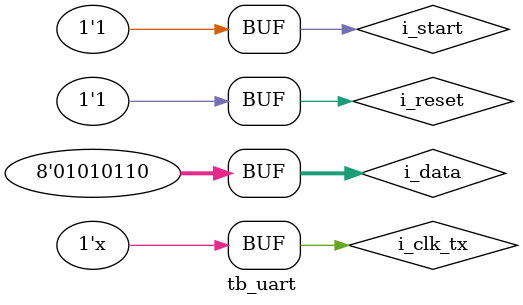
<source format=v>
`timescale 1ns/1ps
module tb_uart;

reg         i_start, i_reset, i_clk_tx;
reg [7:0]   i_data;
wire [7:0]       o_data;
wire         o_txd;

uart_tx     tx(
    .i_start(i_start),
    .i_reset(i_reset),
    .i_data(i_data),
    .i_clk_tx(i_clk_tx),
    .o_txd(o_txd)
);

uart_rx     rx(
    .i_clk_rx(i_clk_tx),
    .i_reset(i_reset),
    .i_rxd(o_txd),
    .o_data(o_data)
);

initial begin
    i_clk_tx = 0;
    i_reset = 1;
    #3 i_reset = 0;
    #3 i_reset = 1; i_start = 1;
    i_data = 8'b01010110;
end

always begin
    #3 i_clk_tx = ~i_clk_tx;
end


endmodule
</source>
